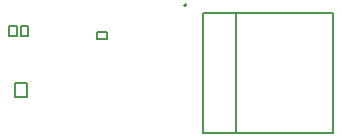
<source format=gbr>
G04 #@! TF.GenerationSoftware,KiCad,Pcbnew,5.1.4+dfsg1-1~bpo10+1*
G04 #@! TF.CreationDate,2019-12-19T14:53:47+01:00*
G04 #@! TF.ProjectId,qomu-board,716f6d75-2d62-46f6-9172-642e6b696361,rev?*
G04 #@! TF.SameCoordinates,Original*
G04 #@! TF.FileFunction,Other,ECO2*
%FSLAX46Y46*%
G04 Gerber Fmt 4.6, Leading zero omitted, Abs format (unit mm)*
G04 Created by KiCad (PCBNEW 5.1.4+dfsg1-1~bpo10+1) date 2019-12-19 14:53:47*
%MOMM*%
%LPD*%
G04 APERTURE LIST*
%ADD10C,0.127000*%
%ADD11C,0.100000*%
%ADD12C,0.200000*%
G04 APERTURE END LIST*
D10*
X18400000Y-22676500D02*
X18400000Y-23876500D01*
X18400000Y-23876500D02*
X19400000Y-23876500D01*
X19400000Y-23876500D02*
X19400000Y-22676500D01*
X19400000Y-22676500D02*
X18400000Y-22676500D01*
X18860000Y-17809000D02*
X18860000Y-18649000D01*
X18860000Y-18649000D02*
X19500000Y-18649000D01*
X19500000Y-18649000D02*
X19500000Y-17809000D01*
X19500000Y-17809000D02*
X18860000Y-17809000D01*
D11*
X18930000Y-17479000D02*
G75*
G03X18930000Y-17479000I-50000J0D01*
G01*
D10*
X26210000Y-18299000D02*
X25370000Y-18299000D01*
X25370000Y-18299000D02*
X25370000Y-18939000D01*
X25370000Y-18939000D02*
X26210000Y-18939000D01*
X26210000Y-18939000D02*
X26210000Y-18299000D01*
D11*
X26590000Y-18319000D02*
G75*
G03X26590000Y-18319000I-50000J0D01*
G01*
D10*
X17890000Y-17809000D02*
X17890000Y-18649000D01*
X17890000Y-18649000D02*
X18530000Y-18649000D01*
X18530000Y-18649000D02*
X18530000Y-17809000D01*
X18530000Y-17809000D02*
X17890000Y-17809000D01*
D11*
X17960000Y-17479000D02*
G75*
G03X17960000Y-17479000I-50000J0D01*
G01*
D12*
X32900000Y-16075000D02*
G75*
G03X32900000Y-16075000I-100000J0D01*
G01*
D10*
X45300000Y-26885000D02*
X34300000Y-26885000D01*
X45300000Y-16725000D02*
X45300000Y-26885000D01*
X34300000Y-16725000D02*
X45300000Y-16725000D01*
X34300000Y-26885000D02*
X34300000Y-16725000D01*
X37100000Y-26885000D02*
X34300000Y-26885000D01*
X37100000Y-16725000D02*
X37100000Y-26885000D01*
X34300000Y-16725000D02*
X37100000Y-16725000D01*
M02*

</source>
